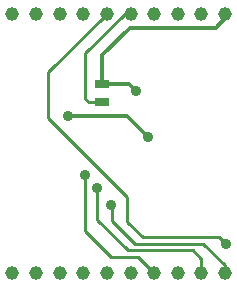
<source format=gtl>
G04 (created by PCBNEW (22-Jun-2014 BZR 4027)-stable) date Sun 21 Feb 2016 08:37:06 PM EET*
%MOIN*%
G04 Gerber Fmt 3.4, Leading zero omitted, Abs format*
%FSLAX34Y34*%
G01*
G70*
G90*
G04 APERTURE LIST*
%ADD10C,0.00590551*%
%ADD11R,0.045X0.025*%
%ADD12C,0.0452756*%
%ADD13C,0.035*%
%ADD14C,0.012*%
%ADD15C,0.01*%
G04 APERTURE END LIST*
G54D10*
G54D11*
X65236Y-41629D03*
X65236Y-42229D03*
G54D12*
X69342Y-39271D03*
X68555Y-39271D03*
X67767Y-39271D03*
X66980Y-39271D03*
X66192Y-39271D03*
X65405Y-39271D03*
X64618Y-39271D03*
X63830Y-39271D03*
X63043Y-39271D03*
X62255Y-39271D03*
X69342Y-47933D03*
X68555Y-47933D03*
X67767Y-47933D03*
X66980Y-47933D03*
X66192Y-47933D03*
X65405Y-47933D03*
X64618Y-47933D03*
X63830Y-47933D03*
X63043Y-47933D03*
X62255Y-47933D03*
G54D13*
X64114Y-42696D03*
X66771Y-43385D03*
X69389Y-46968D03*
X65078Y-45098D03*
X64665Y-44665D03*
X65551Y-45669D03*
X66358Y-41850D03*
G54D14*
X66082Y-42696D02*
X64114Y-42696D01*
X66771Y-43385D02*
X66082Y-42696D01*
G54D15*
X63444Y-41232D02*
X65405Y-39271D01*
X63444Y-42755D02*
X63444Y-41232D01*
X66082Y-45393D02*
X63444Y-42755D01*
X66082Y-46220D02*
X66082Y-45393D01*
X66594Y-46732D02*
X66082Y-46220D01*
X69153Y-46732D02*
X66594Y-46732D01*
X69389Y-46968D02*
X69153Y-46732D01*
X68555Y-47452D02*
X68555Y-47933D01*
X68267Y-47165D02*
X68555Y-47452D01*
X66102Y-47165D02*
X68267Y-47165D01*
X65078Y-46141D02*
X66102Y-47165D01*
X65078Y-45098D02*
X65078Y-46141D01*
X66448Y-47401D02*
X66980Y-47933D01*
X65531Y-47401D02*
X66448Y-47401D01*
X64665Y-46535D02*
X65531Y-47401D01*
X64665Y-44665D02*
X64665Y-46535D01*
X66192Y-39271D02*
X66003Y-39271D01*
X64807Y-42229D02*
X65236Y-42229D01*
X64685Y-42106D02*
X64807Y-42229D01*
X64685Y-40590D02*
X64685Y-42106D01*
X66003Y-39271D02*
X64685Y-40590D01*
X69342Y-47669D02*
X69342Y-47933D01*
X68622Y-46948D02*
X69342Y-47669D01*
X66338Y-46948D02*
X68622Y-46948D01*
X65570Y-46181D02*
X66338Y-46948D01*
X65570Y-45688D02*
X65570Y-46181D01*
X65551Y-45669D02*
X65570Y-45688D01*
G54D14*
X69342Y-39271D02*
X69342Y-39437D01*
X65236Y-40669D02*
X65236Y-41629D01*
X66161Y-39744D02*
X65236Y-40669D01*
X69035Y-39744D02*
X66161Y-39744D01*
X69342Y-39437D02*
X69035Y-39744D01*
X65236Y-41629D02*
X66137Y-41629D01*
X66137Y-41629D02*
X66358Y-41850D01*
M02*

</source>
